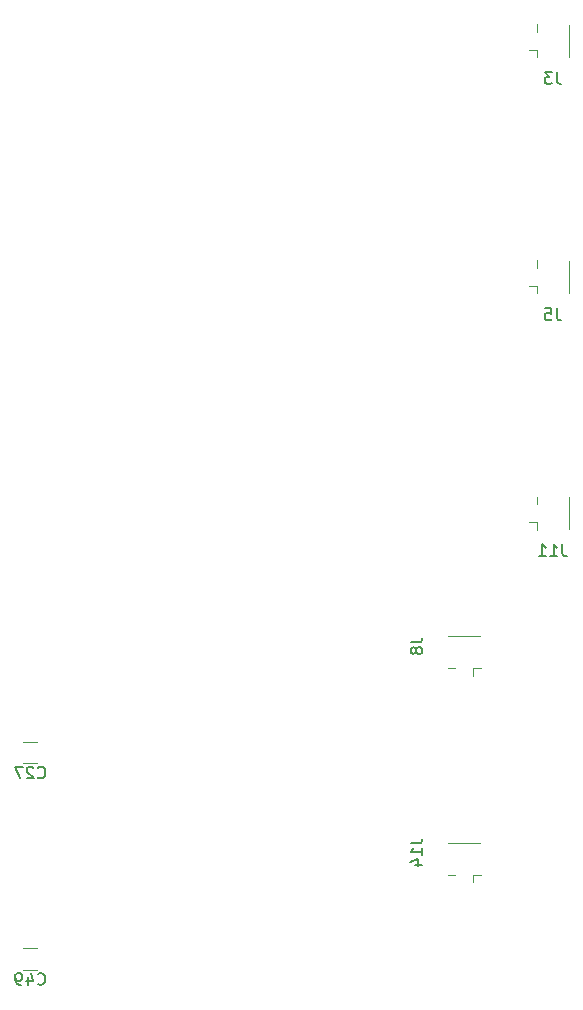
<source format=gbo>
G04 #@! TF.GenerationSoftware,KiCad,Pcbnew,(5.1.4)-1*
G04 #@! TF.CreationDate,2021-09-05T23:37:06-04:00*
G04 #@! TF.ProjectId,ground_loop_breaker,67726f75-6e64-45f6-9c6f-6f705f627265,rev?*
G04 #@! TF.SameCoordinates,Original*
G04 #@! TF.FileFunction,Legend,Bot*
G04 #@! TF.FilePolarity,Positive*
%FSLAX46Y46*%
G04 Gerber Fmt 4.6, Leading zero omitted, Abs format (unit mm)*
G04 Created by KiCad (PCBNEW (5.1.4)-1) date 2021-09-05 23:37:06*
%MOMM*%
%LPD*%
G04 APERTURE LIST*
%ADD10C,0.120000*%
%ADD11C,0.150000*%
%ADD12C,1.602000*%
%ADD13C,2.702000*%
%ADD14C,2.302000*%
%ADD15O,1.802000X1.802000*%
%ADD16R,1.802000X1.802000*%
%ADD17R,1.152000X2.302000*%
%ADD18R,1.102000X1.152000*%
%ADD19C,2.102000*%
%ADD20R,2.102000X2.102000*%
%ADD21C,1.702000*%
%ADD22R,1.702000X1.702000*%
%ADD23C,0.100000*%
%ADD24C,1.527000*%
%ADD25R,2.302000X1.152000*%
%ADD26R,1.152000X1.102000*%
G04 APERTURE END LIST*
D10*
X136900000Y-132385000D02*
X136260000Y-132385000D01*
X134100000Y-132385000D02*
X134740000Y-132385000D01*
X136260000Y-132385000D02*
X136260000Y-133015000D01*
X136850000Y-129665000D02*
X134150000Y-129665000D01*
X99352064Y-140410000D02*
X98147936Y-140410000D01*
X99352064Y-138590000D02*
X98147936Y-138590000D01*
X141615000Y-103150000D02*
X141615000Y-102510000D01*
X141615000Y-100350000D02*
X141615000Y-100990000D01*
X141615000Y-102510000D02*
X140985000Y-102510000D01*
X144335000Y-103100000D02*
X144335000Y-100400000D01*
X141615000Y-83150000D02*
X141615000Y-82510000D01*
X141615000Y-80350000D02*
X141615000Y-80990000D01*
X141615000Y-82510000D02*
X140985000Y-82510000D01*
X144335000Y-83100000D02*
X144335000Y-80400000D01*
X136900000Y-114885000D02*
X136260000Y-114885000D01*
X134100000Y-114885000D02*
X134740000Y-114885000D01*
X136260000Y-114885000D02*
X136260000Y-115515000D01*
X136850000Y-112165000D02*
X134150000Y-112165000D01*
X99352064Y-122910000D02*
X98147936Y-122910000D01*
X99352064Y-121090000D02*
X98147936Y-121090000D01*
X141615000Y-63150000D02*
X141615000Y-62510000D01*
X141615000Y-60350000D02*
X141615000Y-60990000D01*
X141615000Y-62510000D02*
X140985000Y-62510000D01*
X144335000Y-63100000D02*
X144335000Y-60400000D01*
D11*
X130952380Y-129690476D02*
X131666666Y-129690476D01*
X131809523Y-129642857D01*
X131904761Y-129547619D01*
X131952380Y-129404761D01*
X131952380Y-129309523D01*
X131952380Y-130690476D02*
X131952380Y-130119047D01*
X131952380Y-130404761D02*
X130952380Y-130404761D01*
X131095238Y-130309523D01*
X131190476Y-130214285D01*
X131238095Y-130119047D01*
X131285714Y-131547619D02*
X131952380Y-131547619D01*
X130904761Y-131309523D02*
X131619047Y-131071428D01*
X131619047Y-131690476D01*
X99392857Y-141607142D02*
X99440476Y-141654761D01*
X99583333Y-141702380D01*
X99678571Y-141702380D01*
X99821428Y-141654761D01*
X99916666Y-141559523D01*
X99964285Y-141464285D01*
X100011904Y-141273809D01*
X100011904Y-141130952D01*
X99964285Y-140940476D01*
X99916666Y-140845238D01*
X99821428Y-140750000D01*
X99678571Y-140702380D01*
X99583333Y-140702380D01*
X99440476Y-140750000D01*
X99392857Y-140797619D01*
X98535714Y-141035714D02*
X98535714Y-141702380D01*
X98773809Y-140654761D02*
X99011904Y-141369047D01*
X98392857Y-141369047D01*
X97964285Y-141702380D02*
X97773809Y-141702380D01*
X97678571Y-141654761D01*
X97630952Y-141607142D01*
X97535714Y-141464285D01*
X97488095Y-141273809D01*
X97488095Y-140892857D01*
X97535714Y-140797619D01*
X97583333Y-140750000D01*
X97678571Y-140702380D01*
X97869047Y-140702380D01*
X97964285Y-140750000D01*
X98011904Y-140797619D01*
X98059523Y-140892857D01*
X98059523Y-141130952D01*
X98011904Y-141226190D01*
X97964285Y-141273809D01*
X97869047Y-141321428D01*
X97678571Y-141321428D01*
X97583333Y-141273809D01*
X97535714Y-141226190D01*
X97488095Y-141130952D01*
X143784523Y-104402380D02*
X143784523Y-105116666D01*
X143832142Y-105259523D01*
X143927380Y-105354761D01*
X144070238Y-105402380D01*
X144165476Y-105402380D01*
X142784523Y-105402380D02*
X143355952Y-105402380D01*
X143070238Y-105402380D02*
X143070238Y-104402380D01*
X143165476Y-104545238D01*
X143260714Y-104640476D01*
X143355952Y-104688095D01*
X141832142Y-105402380D02*
X142403571Y-105402380D01*
X142117857Y-105402380D02*
X142117857Y-104402380D01*
X142213095Y-104545238D01*
X142308333Y-104640476D01*
X142403571Y-104688095D01*
X143308333Y-84402380D02*
X143308333Y-85116666D01*
X143355952Y-85259523D01*
X143451190Y-85354761D01*
X143594047Y-85402380D01*
X143689285Y-85402380D01*
X142355952Y-84402380D02*
X142832142Y-84402380D01*
X142879761Y-84878571D01*
X142832142Y-84830952D01*
X142736904Y-84783333D01*
X142498809Y-84783333D01*
X142403571Y-84830952D01*
X142355952Y-84878571D01*
X142308333Y-84973809D01*
X142308333Y-85211904D01*
X142355952Y-85307142D01*
X142403571Y-85354761D01*
X142498809Y-85402380D01*
X142736904Y-85402380D01*
X142832142Y-85354761D01*
X142879761Y-85307142D01*
X130952380Y-112666666D02*
X131666666Y-112666666D01*
X131809523Y-112619047D01*
X131904761Y-112523809D01*
X131952380Y-112380952D01*
X131952380Y-112285714D01*
X131380952Y-113285714D02*
X131333333Y-113190476D01*
X131285714Y-113142857D01*
X131190476Y-113095238D01*
X131142857Y-113095238D01*
X131047619Y-113142857D01*
X131000000Y-113190476D01*
X130952380Y-113285714D01*
X130952380Y-113476190D01*
X131000000Y-113571428D01*
X131047619Y-113619047D01*
X131142857Y-113666666D01*
X131190476Y-113666666D01*
X131285714Y-113619047D01*
X131333333Y-113571428D01*
X131380952Y-113476190D01*
X131380952Y-113285714D01*
X131428571Y-113190476D01*
X131476190Y-113142857D01*
X131571428Y-113095238D01*
X131761904Y-113095238D01*
X131857142Y-113142857D01*
X131904761Y-113190476D01*
X131952380Y-113285714D01*
X131952380Y-113476190D01*
X131904761Y-113571428D01*
X131857142Y-113619047D01*
X131761904Y-113666666D01*
X131571428Y-113666666D01*
X131476190Y-113619047D01*
X131428571Y-113571428D01*
X131380952Y-113476190D01*
X99392857Y-124107142D02*
X99440476Y-124154761D01*
X99583333Y-124202380D01*
X99678571Y-124202380D01*
X99821428Y-124154761D01*
X99916666Y-124059523D01*
X99964285Y-123964285D01*
X100011904Y-123773809D01*
X100011904Y-123630952D01*
X99964285Y-123440476D01*
X99916666Y-123345238D01*
X99821428Y-123250000D01*
X99678571Y-123202380D01*
X99583333Y-123202380D01*
X99440476Y-123250000D01*
X99392857Y-123297619D01*
X99011904Y-123297619D02*
X98964285Y-123250000D01*
X98869047Y-123202380D01*
X98630952Y-123202380D01*
X98535714Y-123250000D01*
X98488095Y-123297619D01*
X98440476Y-123392857D01*
X98440476Y-123488095D01*
X98488095Y-123630952D01*
X99059523Y-124202380D01*
X98440476Y-124202380D01*
X98107142Y-123202380D02*
X97440476Y-123202380D01*
X97869047Y-124202380D01*
X143308333Y-64402380D02*
X143308333Y-65116666D01*
X143355952Y-65259523D01*
X143451190Y-65354761D01*
X143594047Y-65402380D01*
X143689285Y-65402380D01*
X142927380Y-64402380D02*
X142308333Y-64402380D01*
X142641666Y-64783333D01*
X142498809Y-64783333D01*
X142403571Y-64830952D01*
X142355952Y-64878571D01*
X142308333Y-64973809D01*
X142308333Y-65211904D01*
X142355952Y-65307142D01*
X142403571Y-65354761D01*
X142498809Y-65402380D01*
X142784523Y-65402380D01*
X142879761Y-65354761D01*
X142927380Y-65307142D01*
%LPC*%
D12*
X102620000Y-136250000D03*
X100080000Y-136250000D03*
X97540000Y-136250000D03*
X95000000Y-136250000D03*
X108950000Y-97500000D03*
X106410000Y-97500000D03*
X103870000Y-97500000D03*
X98790000Y-97500000D03*
X96250000Y-97500000D03*
X102620000Y-118750000D03*
X100080000Y-118750000D03*
X97540000Y-118750000D03*
X95000000Y-118750000D03*
X108950000Y-77500000D03*
X106410000Y-77500000D03*
X103870000Y-77500000D03*
X98790000Y-77500000D03*
X96250000Y-77500000D03*
X108950000Y-57500000D03*
X106410000Y-57500000D03*
X103870000Y-57500000D03*
X98790000Y-57500000D03*
X96250000Y-57500000D03*
D13*
X117750000Y-137250000D03*
X122750000Y-133250000D03*
D14*
X117750000Y-133250000D03*
X122750000Y-137250000D03*
D13*
X119000000Y-137330127D03*
X121500000Y-133000000D03*
D15*
X139500000Y-136290000D03*
D16*
X139500000Y-133750000D03*
D17*
X136975000Y-131025000D03*
D18*
X135500000Y-132550000D03*
D17*
X134025000Y-131025000D03*
D15*
X78000000Y-133790000D03*
D16*
X78000000Y-131250000D03*
D19*
X130250000Y-136500000D03*
D20*
X132750000Y-134000000D03*
D19*
X131500000Y-137750000D03*
D20*
X131500000Y-132750000D03*
D21*
X111000000Y-132750000D03*
D22*
X109500000Y-134750000D03*
X110250000Y-135500000D03*
D21*
X110250000Y-132000000D03*
D22*
X110250000Y-135500000D03*
D23*
G36*
X97784363Y-138575290D02*
G01*
X97810369Y-138579148D01*
X97835871Y-138585535D01*
X97860624Y-138594392D01*
X97884390Y-138605633D01*
X97906939Y-138619148D01*
X97928056Y-138634809D01*
X97947535Y-138652465D01*
X97965191Y-138671944D01*
X97980852Y-138693061D01*
X97994367Y-138715610D01*
X98005608Y-138739376D01*
X98014465Y-138764129D01*
X98020852Y-138789631D01*
X98024710Y-138815637D01*
X98026000Y-138841895D01*
X98026000Y-140158105D01*
X98024710Y-140184363D01*
X98020852Y-140210369D01*
X98014465Y-140235871D01*
X98005608Y-140260624D01*
X97994367Y-140284390D01*
X97980852Y-140306939D01*
X97965191Y-140328056D01*
X97947535Y-140347535D01*
X97928056Y-140365191D01*
X97906939Y-140380852D01*
X97884390Y-140394367D01*
X97860624Y-140405608D01*
X97835871Y-140414465D01*
X97810369Y-140420852D01*
X97784363Y-140424710D01*
X97758105Y-140426000D01*
X96766895Y-140426000D01*
X96740637Y-140424710D01*
X96714631Y-140420852D01*
X96689129Y-140414465D01*
X96664376Y-140405608D01*
X96640610Y-140394367D01*
X96618061Y-140380852D01*
X96596944Y-140365191D01*
X96577465Y-140347535D01*
X96559809Y-140328056D01*
X96544148Y-140306939D01*
X96530633Y-140284390D01*
X96519392Y-140260624D01*
X96510535Y-140235871D01*
X96504148Y-140210369D01*
X96500290Y-140184363D01*
X96499000Y-140158105D01*
X96499000Y-138841895D01*
X96500290Y-138815637D01*
X96504148Y-138789631D01*
X96510535Y-138764129D01*
X96519392Y-138739376D01*
X96530633Y-138715610D01*
X96544148Y-138693061D01*
X96559809Y-138671944D01*
X96577465Y-138652465D01*
X96596944Y-138634809D01*
X96618061Y-138619148D01*
X96640610Y-138605633D01*
X96664376Y-138594392D01*
X96689129Y-138585535D01*
X96714631Y-138579148D01*
X96740637Y-138575290D01*
X96766895Y-138574000D01*
X97758105Y-138574000D01*
X97784363Y-138575290D01*
X97784363Y-138575290D01*
G37*
D24*
X97262500Y-139500000D03*
D23*
G36*
X100759363Y-138575290D02*
G01*
X100785369Y-138579148D01*
X100810871Y-138585535D01*
X100835624Y-138594392D01*
X100859390Y-138605633D01*
X100881939Y-138619148D01*
X100903056Y-138634809D01*
X100922535Y-138652465D01*
X100940191Y-138671944D01*
X100955852Y-138693061D01*
X100969367Y-138715610D01*
X100980608Y-138739376D01*
X100989465Y-138764129D01*
X100995852Y-138789631D01*
X100999710Y-138815637D01*
X101001000Y-138841895D01*
X101001000Y-140158105D01*
X100999710Y-140184363D01*
X100995852Y-140210369D01*
X100989465Y-140235871D01*
X100980608Y-140260624D01*
X100969367Y-140284390D01*
X100955852Y-140306939D01*
X100940191Y-140328056D01*
X100922535Y-140347535D01*
X100903056Y-140365191D01*
X100881939Y-140380852D01*
X100859390Y-140394367D01*
X100835624Y-140405608D01*
X100810871Y-140414465D01*
X100785369Y-140420852D01*
X100759363Y-140424710D01*
X100733105Y-140426000D01*
X99741895Y-140426000D01*
X99715637Y-140424710D01*
X99689631Y-140420852D01*
X99664129Y-140414465D01*
X99639376Y-140405608D01*
X99615610Y-140394367D01*
X99593061Y-140380852D01*
X99571944Y-140365191D01*
X99552465Y-140347535D01*
X99534809Y-140328056D01*
X99519148Y-140306939D01*
X99505633Y-140284390D01*
X99494392Y-140260624D01*
X99485535Y-140235871D01*
X99479148Y-140210369D01*
X99475290Y-140184363D01*
X99474000Y-140158105D01*
X99474000Y-138841895D01*
X99475290Y-138815637D01*
X99479148Y-138789631D01*
X99485535Y-138764129D01*
X99494392Y-138739376D01*
X99505633Y-138715610D01*
X99519148Y-138693061D01*
X99534809Y-138671944D01*
X99552465Y-138652465D01*
X99571944Y-138634809D01*
X99593061Y-138619148D01*
X99615610Y-138605633D01*
X99639376Y-138594392D01*
X99664129Y-138585535D01*
X99689631Y-138579148D01*
X99715637Y-138575290D01*
X99741895Y-138574000D01*
X100733105Y-138574000D01*
X100759363Y-138575290D01*
X100759363Y-138575290D01*
G37*
D24*
X100237500Y-139500000D03*
D21*
X88000000Y-132750000D03*
D22*
X86500000Y-134750000D03*
X87250000Y-135500000D03*
D21*
X87250000Y-132000000D03*
D22*
X87250000Y-135500000D03*
D13*
X126000000Y-96000000D03*
X130000000Y-101000000D03*
D14*
X130000000Y-96000000D03*
X126000000Y-101000000D03*
D13*
X125551537Y-97539899D03*
X130250000Y-99250000D03*
X126000000Y-76000000D03*
X130000000Y-81000000D03*
D14*
X130000000Y-76000000D03*
X126000000Y-81000000D03*
D13*
X125551537Y-77539899D03*
X130250000Y-79250000D03*
D15*
X147000000Y-96960000D03*
D16*
X147000000Y-99500000D03*
D25*
X142975000Y-103225000D03*
D26*
X141450000Y-101750000D03*
D25*
X142975000Y-100275000D03*
D15*
X78000000Y-99710000D03*
D16*
X78000000Y-102250000D03*
D15*
X147000000Y-76960000D03*
D16*
X147000000Y-79500000D03*
D25*
X142975000Y-83225000D03*
D26*
X141450000Y-81750000D03*
D25*
X142975000Y-80275000D03*
D15*
X78000000Y-79710000D03*
D16*
X78000000Y-82250000D03*
D19*
X140500000Y-97000000D03*
D20*
X138000000Y-99500000D03*
D19*
X139250000Y-95750000D03*
D20*
X139250000Y-100750000D03*
D21*
X117250000Y-101500000D03*
D22*
X118750000Y-99500000D03*
X118000000Y-98750000D03*
D21*
X118000000Y-102250000D03*
D22*
X118000000Y-98750000D03*
D21*
X86500000Y-101500000D03*
D22*
X88000000Y-99500000D03*
X87250000Y-98750000D03*
D21*
X87250000Y-102250000D03*
D22*
X87250000Y-98750000D03*
D19*
X140500000Y-77000000D03*
D20*
X138000000Y-79500000D03*
D19*
X139250000Y-75750000D03*
D20*
X139250000Y-80750000D03*
D21*
X117250000Y-81500000D03*
D22*
X118750000Y-79500000D03*
X118000000Y-78750000D03*
D21*
X118000000Y-82250000D03*
D22*
X118000000Y-78750000D03*
D21*
X86500000Y-81500000D03*
D22*
X88000000Y-79500000D03*
X87250000Y-78750000D03*
D21*
X87250000Y-82250000D03*
D22*
X87250000Y-78750000D03*
D21*
X111000000Y-115250000D03*
D22*
X109500000Y-117250000D03*
X110250000Y-118000000D03*
D21*
X110250000Y-114500000D03*
D22*
X110250000Y-118000000D03*
D13*
X117750000Y-119750000D03*
X122750000Y-115750000D03*
D14*
X117750000Y-115750000D03*
X122750000Y-119750000D03*
D13*
X119000000Y-119830127D03*
X121500000Y-115500000D03*
D15*
X139500000Y-118790000D03*
D16*
X139500000Y-116250000D03*
D17*
X136975000Y-113525000D03*
D18*
X135500000Y-115050000D03*
D17*
X134025000Y-113525000D03*
D15*
X78000000Y-116290000D03*
D16*
X78000000Y-113750000D03*
D19*
X130250000Y-119000000D03*
D20*
X132750000Y-116500000D03*
D19*
X131500000Y-120250000D03*
D20*
X131500000Y-115250000D03*
D23*
G36*
X97784363Y-121075290D02*
G01*
X97810369Y-121079148D01*
X97835871Y-121085535D01*
X97860624Y-121094392D01*
X97884390Y-121105633D01*
X97906939Y-121119148D01*
X97928056Y-121134809D01*
X97947535Y-121152465D01*
X97965191Y-121171944D01*
X97980852Y-121193061D01*
X97994367Y-121215610D01*
X98005608Y-121239376D01*
X98014465Y-121264129D01*
X98020852Y-121289631D01*
X98024710Y-121315637D01*
X98026000Y-121341895D01*
X98026000Y-122658105D01*
X98024710Y-122684363D01*
X98020852Y-122710369D01*
X98014465Y-122735871D01*
X98005608Y-122760624D01*
X97994367Y-122784390D01*
X97980852Y-122806939D01*
X97965191Y-122828056D01*
X97947535Y-122847535D01*
X97928056Y-122865191D01*
X97906939Y-122880852D01*
X97884390Y-122894367D01*
X97860624Y-122905608D01*
X97835871Y-122914465D01*
X97810369Y-122920852D01*
X97784363Y-122924710D01*
X97758105Y-122926000D01*
X96766895Y-122926000D01*
X96740637Y-122924710D01*
X96714631Y-122920852D01*
X96689129Y-122914465D01*
X96664376Y-122905608D01*
X96640610Y-122894367D01*
X96618061Y-122880852D01*
X96596944Y-122865191D01*
X96577465Y-122847535D01*
X96559809Y-122828056D01*
X96544148Y-122806939D01*
X96530633Y-122784390D01*
X96519392Y-122760624D01*
X96510535Y-122735871D01*
X96504148Y-122710369D01*
X96500290Y-122684363D01*
X96499000Y-122658105D01*
X96499000Y-121341895D01*
X96500290Y-121315637D01*
X96504148Y-121289631D01*
X96510535Y-121264129D01*
X96519392Y-121239376D01*
X96530633Y-121215610D01*
X96544148Y-121193061D01*
X96559809Y-121171944D01*
X96577465Y-121152465D01*
X96596944Y-121134809D01*
X96618061Y-121119148D01*
X96640610Y-121105633D01*
X96664376Y-121094392D01*
X96689129Y-121085535D01*
X96714631Y-121079148D01*
X96740637Y-121075290D01*
X96766895Y-121074000D01*
X97758105Y-121074000D01*
X97784363Y-121075290D01*
X97784363Y-121075290D01*
G37*
D24*
X97262500Y-122000000D03*
D23*
G36*
X100759363Y-121075290D02*
G01*
X100785369Y-121079148D01*
X100810871Y-121085535D01*
X100835624Y-121094392D01*
X100859390Y-121105633D01*
X100881939Y-121119148D01*
X100903056Y-121134809D01*
X100922535Y-121152465D01*
X100940191Y-121171944D01*
X100955852Y-121193061D01*
X100969367Y-121215610D01*
X100980608Y-121239376D01*
X100989465Y-121264129D01*
X100995852Y-121289631D01*
X100999710Y-121315637D01*
X101001000Y-121341895D01*
X101001000Y-122658105D01*
X100999710Y-122684363D01*
X100995852Y-122710369D01*
X100989465Y-122735871D01*
X100980608Y-122760624D01*
X100969367Y-122784390D01*
X100955852Y-122806939D01*
X100940191Y-122828056D01*
X100922535Y-122847535D01*
X100903056Y-122865191D01*
X100881939Y-122880852D01*
X100859390Y-122894367D01*
X100835624Y-122905608D01*
X100810871Y-122914465D01*
X100785369Y-122920852D01*
X100759363Y-122924710D01*
X100733105Y-122926000D01*
X99741895Y-122926000D01*
X99715637Y-122924710D01*
X99689631Y-122920852D01*
X99664129Y-122914465D01*
X99639376Y-122905608D01*
X99615610Y-122894367D01*
X99593061Y-122880852D01*
X99571944Y-122865191D01*
X99552465Y-122847535D01*
X99534809Y-122828056D01*
X99519148Y-122806939D01*
X99505633Y-122784390D01*
X99494392Y-122760624D01*
X99485535Y-122735871D01*
X99479148Y-122710369D01*
X99475290Y-122684363D01*
X99474000Y-122658105D01*
X99474000Y-121341895D01*
X99475290Y-121315637D01*
X99479148Y-121289631D01*
X99485535Y-121264129D01*
X99494392Y-121239376D01*
X99505633Y-121215610D01*
X99519148Y-121193061D01*
X99534809Y-121171944D01*
X99552465Y-121152465D01*
X99571944Y-121134809D01*
X99593061Y-121119148D01*
X99615610Y-121105633D01*
X99639376Y-121094392D01*
X99664129Y-121085535D01*
X99689631Y-121079148D01*
X99715637Y-121075290D01*
X99741895Y-121074000D01*
X100733105Y-121074000D01*
X100759363Y-121075290D01*
X100759363Y-121075290D01*
G37*
D24*
X100237500Y-122000000D03*
D21*
X88000000Y-115250000D03*
D22*
X86500000Y-117250000D03*
X87250000Y-118000000D03*
D21*
X87250000Y-114500000D03*
D22*
X87250000Y-118000000D03*
D25*
X142975000Y-63225000D03*
D26*
X141450000Y-61750000D03*
D25*
X142975000Y-60275000D03*
D13*
X125551537Y-57539899D03*
X130250000Y-59250000D03*
D15*
X147000000Y-56960000D03*
D16*
X147000000Y-59500000D03*
D15*
X78000000Y-59710000D03*
D16*
X78000000Y-62250000D03*
D19*
X140500000Y-57000000D03*
D20*
X138000000Y-59500000D03*
D19*
X139250000Y-55750000D03*
D20*
X139250000Y-60750000D03*
D21*
X117250000Y-61500000D03*
D22*
X118750000Y-59500000D03*
X118000000Y-58750000D03*
D21*
X118000000Y-62250000D03*
D22*
X118000000Y-58750000D03*
D21*
X86500000Y-61500000D03*
D22*
X88000000Y-59500000D03*
X87250000Y-58750000D03*
D21*
X87250000Y-62250000D03*
D22*
X87250000Y-58750000D03*
D13*
X126000000Y-56000000D03*
X130000000Y-61000000D03*
D14*
X130000000Y-56000000D03*
X126000000Y-61000000D03*
M02*

</source>
